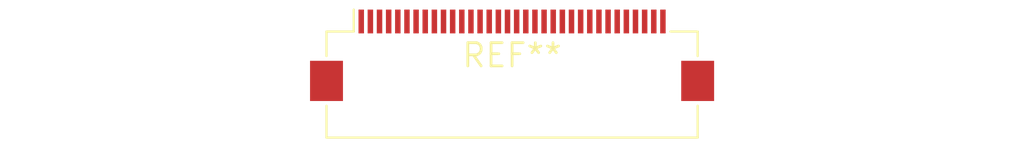
<source format=kicad_pcb>
(kicad_pcb (version 20240108) (generator pcbnew)
  (layers (0 "F.Cu" signal) (31 "B.Cu" signal) (34 "B.Paste" user) (35 "F.Paste" user) (36 "B.SilkS" user "B.Silkscreen") (37 "F.SilkS" user "F.Silkscreen") (38 "B.Mask" user) (39 "F.Mask" user) (44 "Edge.Cuts" user))
  (net 0 "")
  (footprint "Hirose_FH12-34S-0.5SH_1x34-1MP_P0.50mm_Horizontal" (layer "F.Cu") (at 0 0)
    (property "Reference" "REF**")
    (property "Value" "Hirose_FH12-34S-0.5SH_1x34-1MP_P0.50mm_Horizontal")
    (fp_line (start -10.15 -1.3) (end -10.15 0.04) (layer "F.SilkS") (stroke (width 0.12)))
    (fp_line (start -10.15 2.76) (end -10.15 4.5) (layer "F.SilkS") (stroke (width 0.12)))
    (fp_line (start -10.15 4.5) (end 10.15 4.5) (layer "F.SilkS") (stroke (width 0.12)))
    (fp_line (start -8.66 -1.3) (end -10.15 -1.3) (layer "F.SilkS") (stroke (width 0.12)))
    (fp_line (start -8.66 -1.3) (end -8.66 -2.5) (layer "F.SilkS") (stroke (width 0.12)))
    (fp_line (start 8.66 -1.3) (end 10.15 -1.3) (layer "F.SilkS") (stroke (width 0.12)))
    (fp_line (start 10.15 -1.3) (end 10.15 0.04) (layer "F.SilkS") (stroke (width 0.12)))
    (fp_line (start 10.15 4.5) (end 10.15 2.76) (layer "F.SilkS") (stroke (width 0.12)))
    (pad "1" smd rect (at -8.25 -1.85) (size 0.3 1.3) (layers "F.Cu" "F.Paste" "F.Mask"))
    (pad "2" smd rect (at -7.75 -1.85) (size 0.3 1.3) (layers "F.Cu" "F.Paste" "F.Mask"))
    (pad "3" smd rect (at -7.25 -1.85) (size 0.3 1.3) (layers "F.Cu" "F.Paste" "F.Mask"))
    (pad "4" smd rect (at -6.75 -1.85) (size 0.3 1.3) (layers "F.Cu" "F.Paste" "F.Mask"))
    (pad "5" smd rect (at -6.25 -1.85) (size 0.3 1.3) (layers "F.Cu" "F.Paste" "F.Mask"))
    (pad "6" smd rect (at -5.75 -1.85) (size 0.3 1.3) (layers "F.Cu" "F.Paste" "F.Mask"))
    (pad "7" smd rect (at -5.25 -1.85) (size 0.3 1.3) (layers "F.Cu" "F.Paste" "F.Mask"))
    (pad "8" smd rect (at -4.75 -1.85) (size 0.3 1.3) (layers "F.Cu" "F.Paste" "F.Mask"))
    (pad "9" smd rect (at -4.25 -1.85) (size 0.3 1.3) (layers "F.Cu" "F.Paste" "F.Mask"))
    (pad "10" smd rect (at -3.75 -1.85) (size 0.3 1.3) (layers "F.Cu" "F.Paste" "F.Mask"))
    (pad "11" smd rect (at -3.25 -1.85) (size 0.3 1.3) (layers "F.Cu" "F.Paste" "F.Mask"))
    (pad "12" smd rect (at -2.75 -1.85) (size 0.3 1.3) (layers "F.Cu" "F.Paste" "F.Mask"))
    (pad "13" smd rect (at -2.25 -1.85) (size 0.3 1.3) (layers "F.Cu" "F.Paste" "F.Mask"))
    (pad "14" smd rect (at -1.75 -1.85) (size 0.3 1.3) (layers "F.Cu" "F.Paste" "F.Mask"))
    (pad "15" smd rect (at -1.25 -1.85) (size 0.3 1.3) (layers "F.Cu" "F.Paste" "F.Mask"))
    (pad "16" smd rect (at -0.75 -1.85) (size 0.3 1.3) (layers "F.Cu" "F.Paste" "F.Mask"))
    (pad "17" smd rect (at -0.25 -1.85) (size 0.3 1.3) (layers "F.Cu" "F.Paste" "F.Mask"))
    (pad "18" smd rect (at 0.25 -1.85) (size 0.3 1.3) (layers "F.Cu" "F.Paste" "F.Mask"))
    (pad "19" smd rect (at 0.75 -1.85) (size 0.3 1.3) (layers "F.Cu" "F.Paste" "F.Mask"))
    (pad "20" smd rect (at 1.25 -1.85) (size 0.3 1.3) (layers "F.Cu" "F.Paste" "F.Mask"))
    (pad "21" smd rect (at 1.75 -1.85) (size 0.3 1.3) (layers "F.Cu" "F.Paste" "F.Mask"))
    (pad "22" smd rect (at 2.25 -1.85) (size 0.3 1.3) (layers "F.Cu" "F.Paste" "F.Mask"))
    (pad "23" smd rect (at 2.75 -1.85) (size 0.3 1.3) (layers "F.Cu" "F.Paste" "F.Mask"))
    (pad "24" smd rect (at 3.25 -1.85) (size 0.3 1.3) (layers "F.Cu" "F.Paste" "F.Mask"))
    (pad "25" smd rect (at 3.75 -1.85) (size 0.3 1.3) (layers "F.Cu" "F.Paste" "F.Mask"))
    (pad "26" smd rect (at 4.25 -1.85) (size 0.3 1.3) (layers "F.Cu" "F.Paste" "F.Mask"))
    (pad "27" smd rect (at 4.75 -1.85) (size 0.3 1.3) (layers "F.Cu" "F.Paste" "F.Mask"))
    (pad "28" smd rect (at 5.25 -1.85) (size 0.3 1.3) (layers "F.Cu" "F.Paste" "F.Mask"))
    (pad "29" smd rect (at 5.75 -1.85) (size 0.3 1.3) (layers "F.Cu" "F.Paste" "F.Mask"))
    (pad "30" smd rect (at 6.25 -1.85) (size 0.3 1.3) (layers "F.Cu" "F.Paste" "F.Mask"))
    (pad "31" smd rect (at 6.75 -1.85) (size 0.3 1.3) (layers "F.Cu" "F.Paste" "F.Mask"))
    (pad "32" smd rect (at 7.25 -1.85) (size 0.3 1.3) (layers "F.Cu" "F.Paste" "F.Mask"))
    (pad "33" smd rect (at 7.75 -1.85) (size 0.3 1.3) (layers "F.Cu" "F.Paste" "F.Mask"))
    (pad "34" smd rect (at 8.25 -1.85) (size 0.3 1.3) (layers "F.Cu" "F.Paste" "F.Mask"))
    (pad "MP" smd rect (at -10.15 1.4) (size 1.8 2.2) (layers "F.Cu" "F.Paste" "F.Mask"))
    (pad "MP" smd rect (at 10.15 1.4) (size 1.8 2.2) (layers "F.Cu" "F.Paste" "F.Mask"))
  )
)
</source>
